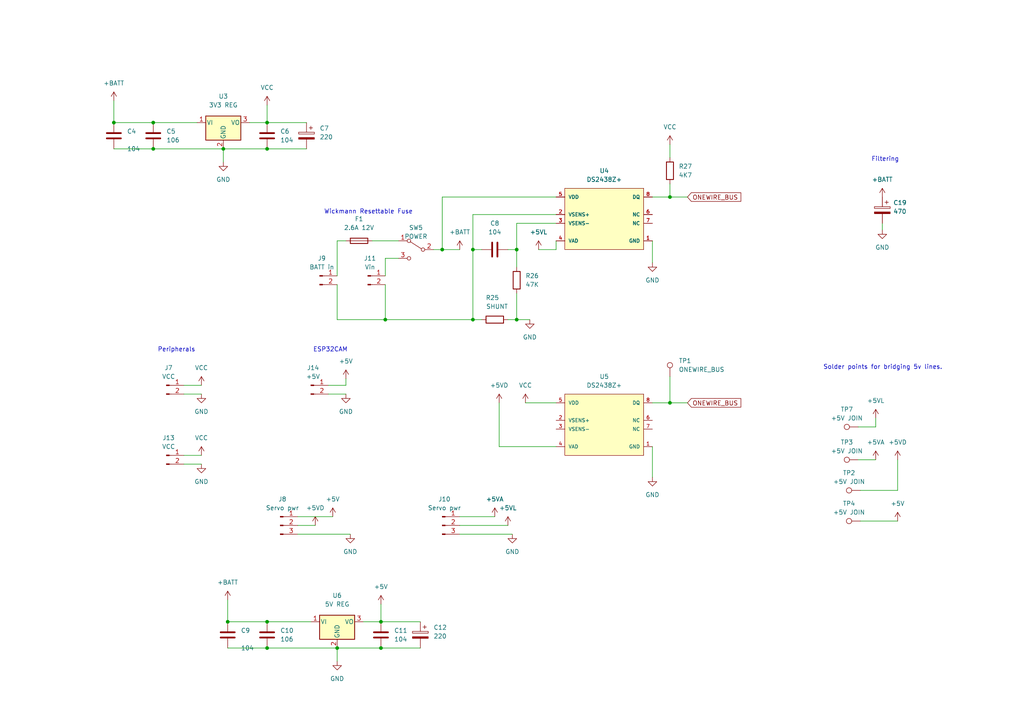
<source format=kicad_sch>
(kicad_sch (version 20230121) (generator eeschema)
  (paper "A4")
  (title_block (title "Power") (company "James Hudson"))
  (lib_symbols
    (symbol "Connector:Conn_01x02_Male" (pin_names (offset 1.016) hide)
      (property "Reference" "J" (at 0 2.54 0))
      (property "Value" "Conn_01x02_Male" (at 0 -5.08 0))
      (symbol "Conn_01x02_Male_1_1"
        (polyline (pts (xy 1.27 -2.54) (xy 0.8636 -2.54)) (stroke (width 0.1524)))
        (polyline (pts (xy 1.27 0) (xy 0.8636 0)) (stroke (width 0.1524)))
        (rectangle (start 0.8636 -2.413) (end 0 -2.667) (stroke (width 0.1524)) (fill (type outline)))
        (rectangle (start 0.8636 0.127) (end 0 -0.127) (stroke (width 0.1524)) (fill (type outline)))
        (pin passive line (at 5.08 0 180) (length 3.81) (name "Pin_1") (number "1"))
        (pin passive line (at 5.08 -2.54 180) (length 3.81) (name "Pin_2") (number "2"))
      )
    )
    (symbol "Connector:Conn_01x03_Male" (pin_names (offset 1.016) hide)
      (property "Reference" "J" (at 0 5.08 0))
      (property "Value" "Conn_01x03_Male" (at 0 -5.08 0))
      (symbol "Conn_01x03_Male_1_1"
        (polyline (pts (xy 1.27 -2.54) (xy 0.8636 -2.54)) (stroke (width 0.1524)))
        (polyline (pts (xy 1.27 0) (xy 0.8636 0)) (stroke (width 0.1524)))
        (polyline (pts (xy 1.27 2.54) (xy 0.8636 2.54)) (stroke (width 0.1524)))
        (rectangle (start 0.8636 -2.413) (end 0 -2.667) (stroke (width 0.1524)) (fill (type outline)))
        (rectangle (start 0.8636 0.127) (end 0 -0.127) (stroke (width 0.1524)) (fill (type outline)))
        (rectangle (start 0.8636 2.667) (end 0 2.413) (stroke (width 0.1524)) (fill (type outline)))
        (pin passive line (at 5.08 2.54 180) (length 3.81) (name "Pin_1") (number "1"))
        (pin passive line (at 5.08 0 180) (length 3.81) (name "Pin_2") (number "2"))
        (pin passive line (at 5.08 -2.54 180) (length 3.81) (name "Pin_3") (number "3"))
      )
    )
    (symbol "Connector:TestPoint" (pin_numbers hide) (pin_names (offset 0.762) hide)
      (property "Reference" "TP" (at 0 6.858 0))
      (property "Value" "TestPoint" (at 0 5.08 0))
      (symbol "TestPoint_0_1"
        (circle (center 0 3.302) (radius 0.762))
      )
      (symbol "TestPoint_1_1"
        (pin passive line (at 0 0 90) (length 2.54) (name "1") (number "1"))
      )
    )
    (symbol "DS2438:DS2438Z+" (pin_names (offset 1.016))
      (property "Reference" "U" (at 0 5.08 0))
      (property "Value" "DS2438Z+" (at 0 7.62 0))
      (symbol "DS2438Z+_1_1"
        (rectangle (start 5.08 2.54) (end 27.94 -15.24) (fill (type background)))
        (pin power_in line (at 30.48 -12.7 180) (length 2.54) (name "GND") (number "1"))
        (pin passive line (at 2.54 -5.08 0) (length 2.54) (name "VSENS+") (number "2"))
        (pin passive line (at 2.54 -7.62 0) (length 2.54) (name "VSENS-") (number "3"))
        (pin passive line (at 2.54 -12.7 0) (length 2.54) (name "VAD") (number "4"))
        (pin power_in line (at 2.54 0 0) (length 2.54) (name "VDD") (number "5"))
        (pin passive line (at 30.48 -5.08 180) (length 2.54) (name "NC") (number "6"))
        (pin passive line (at 30.48 -7.62 180) (length 2.54) (name "NC") (number "7"))
        (pin bidirectional line (at 30.48 0 180) (length 2.54) (name "DQ") (number "8"))
      )
    )
    (symbol "Device:C" (pin_numbers hide) (pin_names (offset 0.254))
      (property "Reference" "C" (at 0.635 2.54 0))
      (property "Value" "C" (at 0.635 -2.54 0))
      (symbol "C_0_1"
        (polyline (pts (xy -2.032 -0.762) (xy 2.032 -0.762)) (stroke (width 0.508)))
        (polyline (pts (xy -2.032 0.762) (xy 2.032 0.762)) (stroke (width 0.508)))
      )
      (symbol "C_1_1"
        (pin passive line (at 0 3.81 270) (length 2.794) (name "~") (number "1"))
        (pin passive line (at 0 -3.81 90) (length 2.794) (name "~") (number "2"))
      )
    )
    (symbol "Device:C_Polarized" (pin_numbers hide) (pin_names (offset 0.254))
      (property "Reference" "C" (at 0.635 2.54 0))
      (property "Value" "C_Polarized" (at 0.635 -2.54 0))
      (symbol "C_Polarized_0_1"
        (rectangle (start -2.286 0.508) (end 2.286 1.016))
        (polyline (pts (xy -1.778 2.286) (xy -0.762 2.286)))
        (polyline (pts (xy -1.27 2.794) (xy -1.27 1.778)))
        (rectangle (start 2.286 -0.508) (end -2.286 -1.016) (fill (type outline)))
      )
      (symbol "C_Polarized_1_1"
        (pin passive line (at 0 3.81 270) (length 2.794) (name "~") (number "1"))
        (pin passive line (at 0 -3.81 90) (length 2.794) (name "~") (number "2"))
      )
    )
    (symbol "Device:Fuse" (pin_numbers hide) (pin_names (offset 0))
      (property "Reference" "F" (at 2.032 0 90))
      (property "Value" "Fuse" (at -1.905 0 90))
      (symbol "Fuse_0_1"
        (rectangle (start -0.762 -2.54) (end 0.762 2.54) (stroke (width 0.254)))
        (polyline (pts (xy 0 2.54) (xy 0 -2.54)))
      )
      (symbol "Fuse_1_1"
        (pin passive line (at 0 3.81 270) (length 1.27) (name "~") (number "1"))
        (pin passive line (at 0 -3.81 90) (length 1.27) (name "~") (number "2"))
      )
    )
    (symbol "Device:R" (pin_numbers hide) (pin_names (offset 0))
      (property "Reference" "R" (at 2.032 0 90))
      (property "Value" "R" (at 0 0 90))
      (symbol "R_0_1"
        (rectangle (start -1.016 -2.54) (end 1.016 2.54) (stroke (width 0.254)))
      )
      (symbol "R_1_1"
        (pin passive line (at 0 3.81 270) (length 1.27) (name "~") (number "1"))
        (pin passive line (at 0 -3.81 90) (length 1.27) (name "~") (number "2"))
      )
    )
    (symbol "Regulator_Linear:LT1584-3.3" (pin_names (offset 0.254))
      (property "Reference" "U3" (at 0 7.62 0))
      (property "Value" "3V3 REG" (at 0 5.08 0))
      (symbol "LT1584-3.3_0_1"
        (rectangle (start -5.08 1.905) (end 5.08 -5.08) (stroke (width 0.254)) (fill (type background)))
      )
      (symbol "LT1584-3.3_1_1"
        (pin power_in line (at -7.62 0 0) (length 2.54) (name "VI") (number "1"))
        (pin power_in line (at 0 -7.62 90) (length 2.54) (name "GND") (number "2"))
        (pin power_out line (at 7.62 0 180) (length 2.54) (name "VO") (number "3"))
      )
    )
    (symbol "Switch:SW_SPDT" (pin_names (offset 0) hide)
      (property "Reference" "SW" (at 0 4.318 0))
      (property "Value" "SW_SPDT" (at 0 -5.08 0))
      (symbol "SW_SPDT_0_0"
        (circle (center -2.032 0) (radius 0.508))
        (circle (center 2.032 -2.54) (radius 0.508))
      )
      (symbol "SW_SPDT_0_1"
        (polyline (pts (xy -1.524 0.254) (xy 1.651 2.286)))
        (circle (center 2.032 2.54) (radius 0.508))
      )
      (symbol "SW_SPDT_1_1"
        (pin passive line (at 5.08 2.54 180) (length 2.54) (name "A") (number "1"))
        (pin passive line (at -5.08 0 0) (length 2.54) (name "B") (number "2"))
        (pin passive line (at 5.08 -2.54 180) (length 2.54) (name "C") (number "3"))
      )
    )
    (symbol "power:+5V" (power) (pin_names (offset 0))
      (property "Value" "+5V" (at 0 3.556 0))
      (symbol "+5V_0_1"
        (polyline (pts (xy -0.762 1.27) (xy 0 2.54)))
        (polyline (pts (xy 0 0) (xy 0 2.54)))
        (polyline (pts (xy 0 2.54) (xy 0.762 1.27)))
      )
      (symbol "+5V_1_1"
        (pin power_in line (at 0 0 90) (length 0) hide (name "+5V") (number "1"))
      )
    )
    (symbol "power:+5VA" (power) (pin_names (offset 0))
      (property "Value" "+5VA" (at 0 3.556 0))
      (symbol "+5VA_0_1"
        (polyline (pts (xy -0.762 1.27) (xy 0 2.54)))
        (polyline (pts (xy 0 0) (xy 0 2.54)))
        (polyline (pts (xy 0 2.54) (xy 0.762 1.27)))
      )
      (symbol "+5VA_1_1"
        (pin power_in line (at 0 0 90) (length 0) hide (name "+5VA") (number "1"))
      )
    )
    (symbol "power:+5VD" (power) (pin_names (offset 0))
      (property "Value" "+5VD" (at 0 3.556 0))
      (symbol "+5VD_0_1"
        (polyline (pts (xy -0.762 1.27) (xy 0 2.54)))
        (polyline (pts (xy 0 0) (xy 0 2.54)))
        (polyline (pts (xy 0 2.54) (xy 0.762 1.27)))
      )
      (symbol "+5VD_1_1"
        (pin power_in line (at 0 0 90) (length 0) hide (name "+5VD") (number "1"))
      )
    )
    (symbol "power:+5VL" (power) (pin_names (offset 0))
      (property "Value" "+5VL" (at 0 3.556 0))
      (symbol "+5VL_0_1"
        (polyline (pts (xy -0.762 1.27) (xy 0 2.54)))
        (polyline (pts (xy 0 0) (xy 0 2.54)))
        (polyline (pts (xy 0 2.54) (xy 0.762 1.27)))
      )
      (symbol "+5VL_1_1"
        (pin power_in line (at 0 0 90) (length 0) hide (name "+5VL") (number "1"))
      )
    )
    (symbol "power:+BATT" (power) (pin_names (offset 0))
      (property "Value" "+BATT" (at 0 3.556 0))
      (symbol "+BATT_0_1"
        (polyline (pts (xy -0.762 1.27) (xy 0 2.54)))
        (polyline (pts (xy 0 0) (xy 0 2.54)))
        (polyline (pts (xy 0 2.54) (xy 0.762 1.27)))
      )
      (symbol "+BATT_1_1"
        (pin power_in line (at 0 0 90) (length 0) hide (name "+BATT") (number "1"))
      )
    )
    (symbol "power:GND" (power) (pin_names (offset 0))
      (property "Value" "GND" (at 0 -3.81 0))
      (symbol "GND_0_1"
        (polyline (pts (xy 0 0) (xy 0 -1.27) (xy 1.27 -1.27) (xy 0 -2.54) (xy -1.27 -1.27) (xy 0 -1.27)))
      )
      (symbol "GND_1_1"
        (pin power_in line (at 0 0 270) (length 0) hide (name "GND") (number "1"))
      )
    )
    (symbol "power:VCC" (power) (pin_names (offset 0))
      (property "Value" "VCC" (at 0 3.81 0))
      (symbol "VCC_0_1"
        (polyline (pts (xy -0.762 1.27) (xy 0 2.54)))
        (polyline (pts (xy 0 0) (xy 0 2.54)))
        (polyline (pts (xy 0 2.54) (xy 0.762 1.27)))
      )
      (symbol "VCC_1_1"
        (pin power_in line (at 0 0 90) (length 0) hide (name "VCC") (number "1"))
      )
    )
  )
  (junction (at 66.04 180.34))
  (junction (at 111.76 92.71))
  (junction (at 128.27 72.39))
  (junction (at 44.45 35.56))
  (junction (at 77.47 187.96))
  (junction (at 77.47 35.56))
  (junction (at 77.47 180.34))
  (junction (at 97.79 187.96))
  (junction (at 110.49 187.96))
  (junction (at 33.02 35.56))
  (junction (at 137.16 92.71))
  (junction (at 44.45 43.18))
  (junction (at 194.31 57.15))
  (junction (at 149.86 72.39))
  (junction (at 194.31 116.84))
  (junction (at 77.47 43.18))
  (junction (at 137.16 72.39))
  (junction (at 149.86 92.71))
  (junction (at 64.77 43.18))
  (junction (at 110.49 180.34))
  (wire (pts (xy 97.79 82.55) (xy 97.79 92.71)))
  (wire (pts (xy 144.78 116.84) (xy 144.78 129.54)))
  (wire (pts (xy 53.34 132.08) (xy 58.42 132.08)))
  (wire (pts (xy 86.36 152.4) (xy 91.44 152.4)))
  (wire (pts (xy 149.86 85.09) (xy 149.86 92.71)))
  (wire (pts (xy 149.86 92.71) (xy 153.67 92.71)))
  (wire (pts (xy 189.23 129.54) (xy 189.23 138.43)))
  (wire (pts (xy 111.76 80.01) (xy 111.76 74.93)))
  (wire (pts (xy 44.45 43.18) (xy 64.77 43.18)))
  (wire (pts (xy 147.32 72.39) (xy 149.86 72.39)))
  (wire (pts (xy 156.21 72.39) (xy 161.29 72.39)))
  (wire (pts (xy 194.31 53.34) (xy 194.31 57.15)))
  (wire (pts (xy 66.04 173.99) (xy 66.04 180.34)))
  (wire (pts (xy 133.35 154.94) (xy 148.59 154.94)))
  (wire (pts (xy 97.79 187.96) (xy 97.79 191.77)))
  (wire (pts (xy 53.34 134.62) (xy 58.42 134.62)))
  (wire (pts (xy 194.31 116.84) (xy 199.39 116.84)))
  (wire (pts (xy 53.34 114.3) (xy 58.42 114.3)))
  (wire (pts (xy 33.02 29.21) (xy 33.02 35.56)))
  (wire (pts (xy 249.555 151.13) (xy 260.35 151.13)))
  (wire (pts (xy 111.76 74.93) (xy 115.57 74.93)))
  (wire (pts (xy 137.16 92.71) (xy 139.7 92.71)))
  (wire (pts (xy 128.27 72.39) (xy 133.35 72.39)))
  (wire (pts (xy 249.555 142.24) (xy 260.35 142.24)))
  (wire (pts (xy 111.76 92.71) (xy 137.16 92.71)))
  (wire (pts (xy 194.31 109.22) (xy 194.31 116.84)))
  (wire (pts (xy 57.15 35.56) (xy 44.45 35.56)))
  (wire (pts (xy 90.17 180.34) (xy 77.47 180.34)))
  (wire (pts (xy 149.86 72.39) (xy 149.86 77.47)))
  (wire (pts (xy 110.49 175.26) (xy 110.49 180.34)))
  (wire (pts (xy 137.16 62.23) (xy 161.29 62.23)))
  (wire (pts (xy 95.25 114.3) (xy 100.33 114.3)))
  (wire (pts (xy 33.02 35.56) (xy 44.45 35.56)))
  (wire (pts (xy 152.4 116.84) (xy 161.29 116.84)))
  (wire (pts (xy 137.16 72.39) (xy 137.16 92.71)))
  (wire (pts (xy 110.49 187.96) (xy 121.92 187.96)))
  (wire (pts (xy 86.36 154.94) (xy 101.6 154.94)))
  (wire (pts (xy 111.76 82.55) (xy 111.76 92.71)))
  (wire (pts (xy 72.39 35.56) (xy 77.47 35.56)))
  (wire (pts (xy 137.16 72.39) (xy 139.7 72.39)))
  (wire (pts (xy 137.16 62.23) (xy 137.16 72.39)))
  (wire (pts (xy 64.77 43.18) (xy 64.77 46.99)))
  (wire (pts (xy 260.35 142.24) (xy 260.35 133.35)))
  (wire (pts (xy 248.92 133.35) (xy 254 133.35)))
  (wire (pts (xy 128.27 57.15) (xy 128.27 72.39)))
  (wire (pts (xy 77.47 43.18) (xy 88.9 43.18)))
  (wire (pts (xy 147.32 92.71) (xy 149.86 92.71)))
  (wire (pts (xy 133.35 149.86) (xy 143.51 149.86)))
  (wire (pts (xy 95.25 111.76) (xy 100.33 111.76)))
  (wire (pts (xy 189.23 69.85) (xy 189.23 76.2)))
  (wire (pts (xy 194.31 57.15) (xy 199.39 57.15)))
  (wire (pts (xy 110.49 180.34) (xy 121.92 180.34)))
  (wire (pts (xy 107.95 69.85) (xy 115.57 69.85)))
  (wire (pts (xy 161.29 64.77) (xy 149.86 64.77)))
  (wire (pts (xy 97.79 92.71) (xy 111.76 92.71)))
  (wire (pts (xy 149.86 64.77) (xy 149.86 72.39)))
  (wire (pts (xy 105.41 180.34) (xy 110.49 180.34)))
  (wire (pts (xy 161.29 72.39) (xy 161.29 69.85)))
  (wire (pts (xy 189.23 116.84) (xy 194.31 116.84)))
  (wire (pts (xy 97.79 187.96) (xy 110.49 187.96)))
  (wire (pts (xy 77.47 35.56) (xy 88.9 35.56)))
  (wire (pts (xy 125.73 72.39) (xy 128.27 72.39)))
  (wire (pts (xy 194.31 41.91) (xy 194.31 45.72)))
  (wire (pts (xy 189.23 57.15) (xy 194.31 57.15)))
  (wire (pts (xy 255.905 64.77) (xy 255.905 66.675)))
  (wire (pts (xy 66.04 180.34) (xy 77.47 180.34)))
  (wire (pts (xy 33.02 43.18) (xy 44.45 43.18)))
  (wire (pts (xy 86.36 149.86) (xy 96.52 149.86)))
  (wire (pts (xy 77.47 187.96) (xy 97.79 187.96)))
  (wire (pts (xy 161.29 129.54) (xy 144.78 129.54)))
  (wire (pts (xy 254 121.285) (xy 254 123.825)))
  (wire (pts (xy 133.35 152.4) (xy 147.32 152.4)))
  (wire (pts (xy 97.79 69.85) (xy 100.33 69.85)))
  (wire (pts (xy 100.33 109.855) (xy 100.33 111.76)))
  (wire (pts (xy 97.79 69.85) (xy 97.79 80.01)))
  (wire (pts (xy 64.77 43.18) (xy 77.47 43.18)))
  (wire (pts (xy 77.47 30.48) (xy 77.47 35.56)))
  (wire (pts (xy 248.92 123.825) (xy 254 123.825)))
  (wire (pts (xy 66.04 187.96) (xy 77.47 187.96)))
  (wire (pts (xy 53.34 111.76) (xy 58.42 111.76)))
  (wire (pts (xy 161.29 57.15) (xy 128.27 57.15)))
  (text "Filtering" (at 252.73 46.99 0) (effects (font (size 1.27 1.27)) (justify left bottom)))
  (text "ESP32CAM" (at 90.805 102.235 0) (effects (font (size 1.27 1.27)) (justify left bottom)))
  (text "Solder points for bridging 5v lines." (at 238.76 107.315 0) (effects (font (size 1.27 1.27)) (justify left bottom)))
  (text "Wickmann Resettable Fuse" (at 93.98 62.23 0) (effects (font (size 1.27 1.27)) (justify left bottom)))
  (text "Peripherals" (at 45.72 102.235 0) (effects (font (size 1.27 1.27)) (justify left bottom)))
  (global_label "ONEWIRE_BUS" (shape input) (at 199.39 116.84 0) (property "Intersheetrefs" "${INTERSHEET_REFS}" (effects hide)))
  (global_label "ONEWIRE_BUS" (shape input) (at 199.39 57.15 0) (property "Intersheetrefs" "${INTERSHEET_REFS}" (effects hide)))
  (symbol (lib_id "Connector:TestPoint") (at 249.555 151.13 90) (unit 1)
    (property "Reference" "TP4" (at 246.253 146.05 90))
    (property "Value" "+5V JOIN" (at 246.253 148.59 90))
    (property "Footprint" "TestPoint:TestPoint_Pad_D2.0mm" (effects hide))
  )
  (symbol (lib_id "Connector:Conn_01x03_Male") (at 81.28 152.4 0) (unit 1)
    (property "Reference" "J8" (at 81.915 144.78 0))
    (property "Value" "Servo pwr" (at 81.915 147.32 0))
    (property "Footprint" "Connector_PinHeader_2.54mm:Connector_SolderPadsx3" (effects hide))
  )
  (symbol (lib_id "power:+5VL") (at 254 121.285 0) (unit 1)
    (property "Reference" "#PWR018" (effects hide))
    (property "Value" "+5VL" (at 254 116.205 0))
  )
  (symbol (lib_id "Device:C") (at 66.04 184.15 0) (unit 1)
    (property "Reference" "C9" (at 69.85 182.8799 0) (effects (justify left)))
    (property "Value" "104" (at 69.85 187.96 0) (effects (justify left)))
    (property "Footprint" "Capacitor_SMD:C_1206_3216Metric_Pad1.33x1.80mm_HandSolder" (effects hide))
  )
  (symbol (lib_id "Switch:SW_SPDT") (at 120.65 72.39 0) (mirror y) (unit 1)
    (property "Reference" "SW5" (at 120.65 66.04 0))
    (property "Value" "POWER" (at 120.65 68.58 0))
    (property "Footprint" "KiCAD Custom Libs:Switch-SS12F23" (effects hide))
  )
  (symbol (lib_id "Connector:Conn_01x02_Male") (at 106.68 80.01 0) (unit 1)
    (property "Reference" "J11" (at 107.315 74.93 0))
    (property "Value" "Vin" (at 107.315 77.47 0))
    (property "Footprint" "Connector_JST:JST_VH_B2P-VH-B_1x02_P3.96mm_Vertical" (effects hide))
  )
  (symbol (lib_id "power:GND") (at 153.67 92.71 0) (unit 1)
    (property "Reference" "#PWR072" (effects hide))
    (property "Value" "GND" (at 153.67 97.79 0))
  )
  (symbol (lib_id "power:VCC") (at 58.42 111.76 0) (unit 1)
    (property "Reference" "#PWR060" (effects hide))
    (property "Value" "VCC" (at 58.42 106.68 0))
  )
  (symbol (lib_id "Device:R") (at 194.31 49.53 0) (unit 1)
    (property "Reference" "R27" (at 196.85 48.2599 0) (effects (justify left)))
    (property "Value" "4K7" (at 196.85 50.7999 0) (effects (justify left)))
    (property "Footprint" "Resistor_SMD:R_1206_3216Metric_Pad1.30x1.75mm_HandSolder" (effects hide))
  )
  (symbol (lib_id "Device:R") (at 143.51 92.71 90) (unit 1)
    (property "Reference" "R25" (at 144.78 86.36 90) (effects (justify left)))
    (property "Value" "SHUNT" (at 140.97 88.9 90) (effects (justify right)))
    (property "Footprint" "Resistor_SMD:R_1812_4532Metric_Pad1.30x3.40mm_HandSolder" (effects hide))
  )
  (symbol (lib_id "power:VCC") (at 58.42 132.08 0) (unit 1)
    (property "Reference" "#PWR0178" (effects hide))
    (property "Value" "VCC" (at 58.42 127 0))
  )
  (symbol (lib_id "power:+BATT") (at 255.905 57.15 0) (unit 1)
    (property "Reference" "#PWR09" (effects hide))
    (property "Value" "+BATT" (at 255.905 52.07 0))
  )
  (symbol (lib_id "Connector:Conn_01x02_Male") (at 92.71 80.01 0) (unit 1)
    (property "Reference" "J9" (at 93.345 74.93 0))
    (property "Value" "BATT in" (at 93.345 77.47 0))
    (property "Footprint" "Connector_JST:JST_VH_B2P-VH-B_1x02_P3.96mm_Vertical" (effects hide))
  )
  (symbol (lib_id "power:GND") (at 100.33 114.3 0) (unit 1)
    (property "Reference" "#PWR014" (effects hide))
    (property "Value" "GND" (at 100.33 119.38 0))
  )
  (symbol (lib_id "power:GND") (at 189.23 138.43 0) (unit 1)
    (property "Reference" "#PWR075" (effects hide))
    (property "Value" "GND" (at 189.23 143.51 0))
  )
  (symbol (lib_id "power:+5V") (at 260.35 151.13 0) (unit 1)
    (property "Reference" "#PWR06" (effects hide))
    (property "Value" "+5V" (at 260.35 146.05 0))
  )
  (symbol (lib_id "power:GND") (at 58.42 134.62 0) (unit 1)
    (property "Reference" "#PWR0176" (effects hide))
    (property "Value" "GND" (at 58.42 139.7 0))
  )
  (symbol (lib_id "power:+5V") (at 100.33 109.855 0) (unit 1)
    (property "Reference" "#PWR011" (effects hide))
    (property "Value" "+5V" (at 100.33 104.775 0))
  )
  (symbol (lib_id "power:GND") (at 148.59 154.94 0) (unit 1)
    (property "Reference" "#PWR0157" (effects hide))
    (property "Value" "GND" (at 148.59 160.02 0))
  )
  (symbol (lib_id "Device:C") (at 143.51 72.39 270) (unit 1)
    (property "Reference" "C8" (at 143.51 64.77 90))
    (property "Value" "104" (at 143.51 67.31 90))
    (property "Footprint" "Capacitor_SMD:C_1206_3216Metric_Pad1.33x1.80mm_HandSolder" (effects hide))
  )
  (symbol (lib_id "Device:C") (at 44.45 39.37 0) (unit 1)
    (property "Reference" "C5" (at 48.26 38.0999 0) (effects (justify left)))
    (property "Value" "106" (at 48.26 40.6399 0) (effects (justify left)))
    (property "Footprint" "Capacitor_SMD:C_1210_3225Metric_Pad1.33x2.70mm_HandSolder" (effects hide))
  )
  (symbol (lib_id "power:+5VA") (at 254 133.35 0) (unit 1)
    (property "Reference" "#PWR015" (effects hide))
    (property "Value" "+5VA" (at 254 128.27 0))
  )
  (symbol (lib_id "Connector:Conn_01x02_Male") (at 90.17 111.76 0) (unit 1)
    (property "Reference" "J14" (at 90.805 106.68 0))
    (property "Value" "+5V" (at 90.805 109.22 0))
    (property "Footprint" "Connector_PinHeader_2.54mm:PinHeader_1x02_P2.54mm_Vertical" (effects hide))
  )
  (symbol (lib_id "power:GND") (at 58.42 114.3 0) (unit 1)
    (property "Reference" "#PWR061" (effects hide))
    (property "Value" "GND" (at 58.42 119.38 0))
  )
  (symbol (lib_id "Device:C_Polarized") (at 255.905 60.96 0) (mirror y) (unit 1)
    (property "Reference" "C19" (at 259.08 58.801 0) (effects (justify right)))
    (property "Value" "470" (at 259.08 61.341 0) (effects (justify right)))
    (property "Footprint" "Capacitor_SMD:C_Elec_6.3x7.7" (effects hide))
  )
  (symbol (lib_id "power:GND") (at 189.23 76.2 0) (unit 1)
    (property "Reference" "#PWR074" (effects hide))
    (property "Value" "GND" (at 189.23 81.28 0))
  )
  (symbol (lib_id "Connector:TestPoint") (at 194.31 109.22 0) (unit 1)
    (property "Reference" "TP1" (at 196.85 104.6479 0) (effects (justify left)))
    (property "Value" "ONEWIRE_BUS" (at 196.85 107.1879 0) (effects (justify left)))
    (property "Footprint" "TestPoint:TestPoint_Pad_D2.0mm" (effects hide))
  )
  (symbol (lib_id "Connector:Conn_01x02_Male") (at 48.26 132.08 0) (unit 1)
    (property "Reference" "J13" (at 48.895 127 0))
    (property "Value" "VCC" (at 48.895 129.54 0))
    (property "Footprint" "Connector_PinHeader_2.54mm:PinHeader_1x02_P2.54mm_Vertical" (effects hide))
  )
  (symbol (lib_id "Device:Fuse") (at 104.14 69.85 270) (unit 1)
    (property "Reference" "F1" (at 104.14 63.5 90))
    (property "Value" "2.6A 12V" (at 104.14 66.04 90))
    (property "Footprint" "Fuse:Fuse_2010_5025Metric" (effects hide))
  )
  (symbol (lib_id "Device:C") (at 77.47 184.15 0) (unit 1)
    (property "Reference" "C10" (at 81.28 182.8799 0) (effects (justify left)))
    (property "Value" "106" (at 81.28 185.4199 0) (effects (justify left)))
    (property "Footprint" "Capacitor_SMD:C_1210_3225Metric_Pad1.33x2.70mm_HandSolder" (effects hide))
  )
  (symbol (lib_id "Connector:Conn_01x02_Male") (at 48.26 111.76 0) (unit 1)
    (property "Reference" "J7" (at 48.895 106.68 0))
    (property "Value" "VCC" (at 48.895 109.22 0))
    (property "Footprint" "Connector_PinHeader_2.54mm:PinHeader_1x02_P2.54mm_Vertical" (effects hide))
  )
  (symbol (lib_id "power:+5VA") (at 143.51 149.86 0) (unit 1)
    (property "Reference" "#PWR0154" (effects hide))
    (property "Value" "+5VA" (at 143.51 144.78 0))
  )
  (symbol (lib_id "Device:C") (at 77.47 39.37 0) (unit 1)
    (property "Reference" "C6" (at 81.28 38.0999 0) (effects (justify left)))
    (property "Value" "104" (at 81.28 40.6399 0) (effects (justify left)))
    (property "Footprint" "Capacitor_SMD:C_1206_3216Metric_Pad1.33x1.80mm_HandSolder" (effects hide))
  )
  (symbol (lib_id "power:+5VD") (at 260.35 133.35 0) (unit 1)
    (property "Reference" "#PWR016" (effects hide))
    (property "Value" "+5VD" (at 260.35 128.27 0))
  )
  (symbol (lib_id "power:VCC") (at 194.31 41.91 0) (unit 1)
    (property "Reference" "#PWR076" (effects hide))
    (property "Value" "VCC" (at 194.31 36.83 0))
  )
  (symbol (lib_id "Regulator_Linear:LT1584-3.3") (at 64.77 35.56 0) (unit 1)
    (property "Reference" "U3" (at 64.77 27.94 0))
    (property "Value" "3V3 REG" (at 64.77 30.48 0))
    (property "Footprint" "Package_TO_SOT_THT:TO-220-3_Vertical" (effects hide))
    (property "Datasheet" "https://www.analog.com/media/en/technical-documentation/data-sheets/158457a.pdf" (effects hide))
  )
  (symbol (lib_id "Regulator_Linear:LT1584-3.3") (at 97.79 180.34 0) (unit 1)
    (property "Reference" "U6" (at 97.79 172.72 0))
    (property "Value" "5V REG" (at 97.79 175.26 0))
    (property "Footprint" "Package_TO_SOT_THT:TO-220-3_Vertical" (effects hide))
    (property "Datasheet" "https://www.analog.com/media/en/technical-documentation/data-sheets/158457a.pdf" (effects hide))
  )
  (symbol (lib_id "Device:C_Polarized") (at 88.9 39.37 0) (mirror y) (unit 1)
    (property "Reference" "C7" (at 92.71 37.2109 0) (effects (justify right)))
    (property "Value" "220" (at 92.71 39.7509 0) (effects (justify right)))
    (property "Footprint" "Capacitor_SMD:C_Elec_6.3x5.4" (effects hide))
  )
  (symbol (lib_id "DS2438:DS2438Z+") (at 158.75 116.84 0) (unit 1)
    (property "Reference" "U5" (at 175.26 109.22 0))
    (property "Value" "DS2438Z+" (at 175.26 111.76 0))
    (property "Footprint" "DS2438:Maxim-S8-5-0-P-IPC_A" (effects hide))
    (property "Datasheet" "https://datasheets.maximintegrated.com/en/ds/DS2438.pdf" (effects hide))
    (property "automotive" "No" (effects hide))
    (property "category" "IC" (effects hide))
    (property "device class L1" "Integrated Circuits (ICs)" (effects hide))
    (property "device class L2" "Power Management ICs" (effects hide))
    (property "device class L3" "Battery Management" (effects hide))
    (property "digikey description" "IC MONITOR SMART BATTERY 8-SOIC" (effects hide))
    (property "digikey part number" "DS2438Z+-ND" (effects hide))
    (property "footprint url" "https://pdfserv.maximintegrated.com/land_patterns/90-0096.PDF" (effects hide))
    (property "height" "1.75mm" (effects hide))
    (property "lead free" "Yes" (effects hide))
    (property "library id" "790a5fea2f1b5e3d" (effects hide))
    (property "manufacturer" "Maxim" (effects hide))
    (property "max supply voltage" "10V" (effects hide))
    (property "min supply voltage" "2.4V" (effects hide))
    (property "mouser description" "Battery Management Smart Battery Monitor" (effects hide))
    (property "mouser part number" "700-DS2438Z" (effects hide))
    (property "nominal supply current" "50uA" (effects hide))
    (property "number of cells" "6" (effects hide))
    (property "package" "SOIC8" (effects hide))
    (property "rohs" "Yes" (effects hide))
    (property "standoff height" "0.1mm" (effects hide))
    (property "temperature range high" "+85°C" (effects hide))
    (property "temperature range low" "-40°C" (effects hide))
  )
  (symbol (lib_id "power:+BATT") (at 66.04 173.99 0) (unit 1)
    (property "Reference" "#PWR0115" (effects hide))
    (property "Value" "+BATT" (at 66.04 168.91 0))
  )
  (symbol (lib_id "power:VCC") (at 152.4 116.84 0) (unit 1)
    (property "Reference" "#PWR071" (effects hide))
    (property "Value" "VCC" (at 152.4 111.76 0))
  )
  (symbol (lib_id "Device:C") (at 110.49 184.15 0) (unit 1)
    (property "Reference" "C11" (at 114.3 182.8799 0) (effects (justify left)))
    (property "Value" "104" (at 114.3 185.4199 0) (effects (justify left)))
    (property "Footprint" "Capacitor_SMD:C_1206_3216Metric_Pad1.33x1.80mm_HandSolder" (effects hide))
  )
  (symbol (lib_id "power:+5V") (at 110.49 175.26 0) (unit 1)
    (property "Reference" "#PWR0114" (effects hide))
    (property "Value" "+5V" (at 110.49 170.18 0))
  )
  (symbol (lib_id "Connector:TestPoint") (at 248.92 123.825 90) (unit 1)
    (property "Reference" "TP7" (at 245.618 118.745 90))
    (property "Value" "+5V JOIN" (at 245.618 121.285 90))
    (property "Footprint" "TestPoint:TestPoint_Pad_D2.0mm" (effects hide))
  )
  (symbol (lib_id "power:GND") (at 97.79 191.77 0) (unit 1)
    (property "Reference" "#PWR0184" (effects hide))
    (property "Value" "GND" (at 97.79 196.85 0))
  )
  (symbol (lib_id "power:+5V") (at 96.52 149.86 0) (unit 1)
    (property "Reference" "#PWR065" (effects hide))
    (property "Value" "+5V" (at 96.52 144.78 0))
  )
  (symbol (lib_id "Connector:TestPoint") (at 249.555 142.24 90) (unit 1)
    (property "Reference" "TP2" (at 246.253 137.16 90))
    (property "Value" "+5V JOIN" (at 246.253 139.7 90))
    (property "Footprint" "TestPoint:TestPoint_Pad_D2.0mm" (effects hide))
  )
  (symbol (lib_id "power:+5VL") (at 147.32 152.4 0) (unit 1)
    (property "Reference" "#PWR0166" (effects hide))
    (property "Value" "+5VL" (at 147.32 147.32 0))
  )
  (symbol (lib_id "power:+5VL") (at 156.21 72.39 0) (unit 1)
    (property "Reference" "#PWR0172" (effects hide))
    (property "Value" "+5VL" (at 156.21 67.31 0))
  )
  (symbol (lib_id "Connector:TestPoint") (at 248.92 133.35 90) (unit 1)
    (property "Reference" "TP3" (at 245.618 128.27 90))
    (property "Value" "+5V JOIN" (at 245.618 130.81 90))
    (property "Footprint" "TestPoint:TestPoint_Pad_D2.0mm" (effects hide))
  )
  (symbol (lib_id "Device:R") (at 149.86 81.28 0) (unit 1)
    (property "Reference" "R26" (at 152.4 80.0099 0) (effects (justify left)))
    (property "Value" "47K" (at 152.4 82.5499 0) (effects (justify left)))
    (property "Footprint" "Resistor_SMD:R_1206_3216Metric_Pad1.30x1.75mm_HandSolder" (effects hide))
  )
  (symbol (lib_id "power:GND") (at 64.77 46.99 0) (unit 1)
    (property "Reference" "#PWR062" (effects hide))
    (property "Value" "GND" (at 64.77 52.07 0))
  )
  (symbol (lib_id "Device:C_Polarized") (at 121.92 184.15 0) (mirror y) (unit 1)
    (property "Reference" "C12" (at 125.73 181.991 0) (effects (justify right)))
    (property "Value" "220" (at 125.73 184.531 0) (effects (justify right)))
    (property "Footprint" "Capacitor_SMD:C_Elec_6.3x5.4" (effects hide))
  )
  (symbol (lib_id "power:GND") (at 255.905 66.675 0) (unit 1)
    (property "Reference" "#PWR010" (effects hide))
    (property "Value" "GND" (at 255.905 71.755 0))
  )
  (symbol (lib_id "power:+BATT") (at 133.35 72.39 0) (unit 1)
    (property "Reference" "#PWR069" (effects hide))
    (property "Value" "+BATT" (at 133.35 67.31 0))
  )
  (symbol (lib_id "power:GND") (at 101.6 154.94 0) (unit 1)
    (property "Reference" "#PWR066" (effects hide))
    (property "Value" "GND" (at 101.6 160.02 0))
  )
  (symbol (lib_id "power:+BATT") (at 33.02 29.21 0) (unit 1)
    (property "Reference" "#PWR059" (effects hide))
    (property "Value" "+BATT" (at 33.02 24.13 0))
  )
  (symbol (lib_id "Device:C") (at 33.02 39.37 0) (unit 1)
    (property "Reference" "C4" (at 36.83 38.0999 0) (effects (justify left)))
    (property "Value" "104" (at 36.83 43.18 0) (effects (justify left)))
    (property "Footprint" "Capacitor_SMD:C_1206_3216Metric_Pad1.33x1.80mm_HandSolder" (effects hide))
  )
  (symbol (lib_id "power:VCC") (at 77.47 30.48 0) (unit 1)
    (property "Reference" "#PWR063" (effects hide))
    (property "Value" "VCC" (at 77.47 25.4 0))
  )
  (symbol (lib_id "Connector:Conn_01x03_Male") (at 128.27 152.4 0) (unit 1)
    (property "Reference" "J10" (at 128.905 144.78 0))
    (property "Value" "Servo pwr" (at 128.905 147.32 0))
    (property "Footprint" "Connector_PinHeader_2.54mm:Connector_SolderPadsx3" (effects hide))
  )
  (symbol (lib_id "DS2438:DS2438Z+") (at 158.75 57.15 0) (unit 1)
    (property "Reference" "U4" (at 175.26 49.53 0))
    (property "Value" "DS2438Z+" (at 175.26 52.07 0))
    (property "Footprint" "DS2438:Maxim-S8-5-0-P-IPC_A" (effects hide))
    (property "Datasheet" "https://datasheets.maximintegrated.com/en/ds/DS2438.pdf" (effects hide))
    (property "automotive" "No" (effects hide))
    (property "category" "IC" (effects hide))
    (property "device class L1" "Integrated Circuits (ICs)" (effects hide))
    (property "device class L2" "Power Management ICs" (effects hide))
    (property "device class L3" "Battery Management" (effects hide))
    (property "digikey description" "IC MONITOR SMART BATTERY 8-SOIC" (effects hide))
    (property "digikey part number" "DS2438Z+-ND" (effects hide))
    (property "footprint url" "https://pdfserv.maximintegrated.com/land_patterns/90-0096.PDF" (effects hide))
    (property "height" "1.75mm" (effects hide))
    (property "lead free" "Yes" (effects hide))
    (property "library id" "790a5fea2f1b5e3d" (effects hide))
    (property "manufacturer" "Maxim" (effects hide))
    (property "max supply voltage" "10V" (effects hide))
    (property "min supply voltage" "2.4V" (effects hide))
    (property "mouser description" "Battery Management Smart Battery Monitor" (effects hide))
    (property "mouser part number" "700-DS2438Z" (effects hide))
    (property "nominal supply current" "50uA" (effects hide))
    (property "number of cells" "6" (effects hide))
    (property "package" "SOIC8" (effects hide))
    (property "rohs" "Yes" (effects hide))
    (property "standoff height" "0.1mm" (effects hide))
    (property "temperature range high" "+85°C" (effects hide))
    (property "temperature range low" "-40°C" (effects hide))
  )
  (symbol (lib_id "power:+5VD") (at 144.78 116.84 0) (unit 1)
    (property "Reference" "#PWR070" (effects hide))
    (property "Value" "+5VD" (at 144.78 111.76 0))
  )
  (symbol (lib_id "power:+5VD") (at 91.44 152.4 0) (unit 1)
    (property "Reference" "#PWR064" (effects hide))
    (property "Value" "+5VD" (at 91.44 147.32 0))
  )
)
</source>
